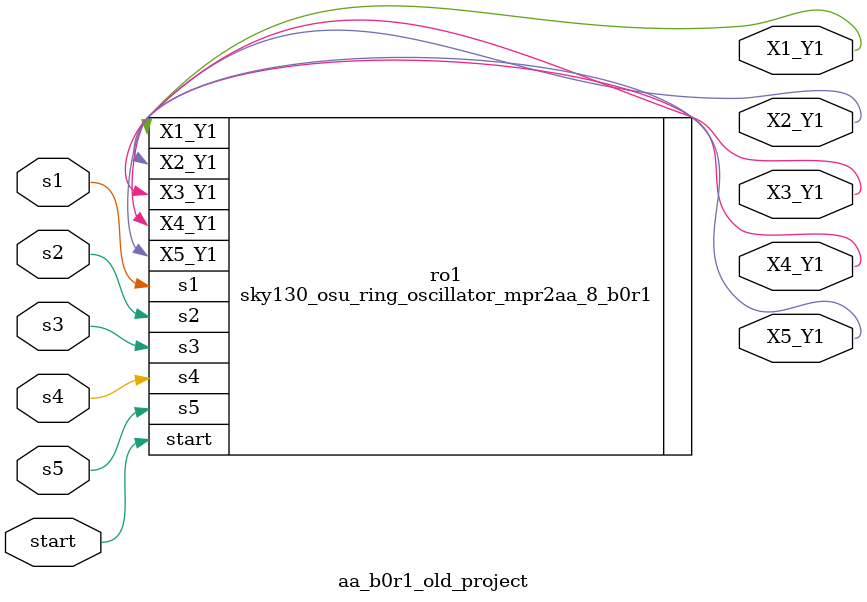
<source format=v>

`default_nettype none
/*
 *-------------------------------------------------------------
 *
 * user_proj_example
 *
 * This is an example of a (trivially simple) user project,
 * showing how the user project can connect to the logic
 * analyzer, the wishbone bus, and the I/O pads.
 *
 * This project generates an integer count, which is output
 * on the user area GPIO pads (digital output only).  The
 * wishbone connection allows the project to be controlled
 * (start and stop) from the management SoC program.
 *
 * See the testbenches in directory "mprj_counter" for the
 * example programs that drive this user project.  The three
 * testbenches are "io_ports", "la_test1", and "la_test2".
 *
 *-------------------------------------------------------------
 */

module aa_b0r1_old_project #(
    parameter BITS = 16
)(
`ifdef USE_POWER_PINS
    inout vccd1,	// User area 1 1.8V supply
    inout vssd1,	// User area 1 digital ground
`endif

    // IOs
    input  s1, s2, s3, s4, s5, start,
    output X1_Y1, X2_Y1, X3_Y1, X4_Y1, X5_Y1

    // IRQ
    // output [2:0] irq
);

sky130_osu_ring_oscillator_mpr2aa_8_b0r1 ro1(
        `ifdef USE_POWER_PINS
            inout .VDD(vccd1),	// User area 1 1.8V supply
            inout .GND(vssd1),	// User area 1 digital ground
        `endif
        .s1(s1), .s2(s2), .s3(s3), .s4(s4), .s5(s5),
        .start(start),
        .X1_Y1(X1_Y1), .X2_Y1(X2_Y1), .X3_Y1(X3_Y1), .X4_Y1(X4_Y1), .X5_Y1(X5_Y1)
    );

endmodule

`default_nettype wire

</source>
